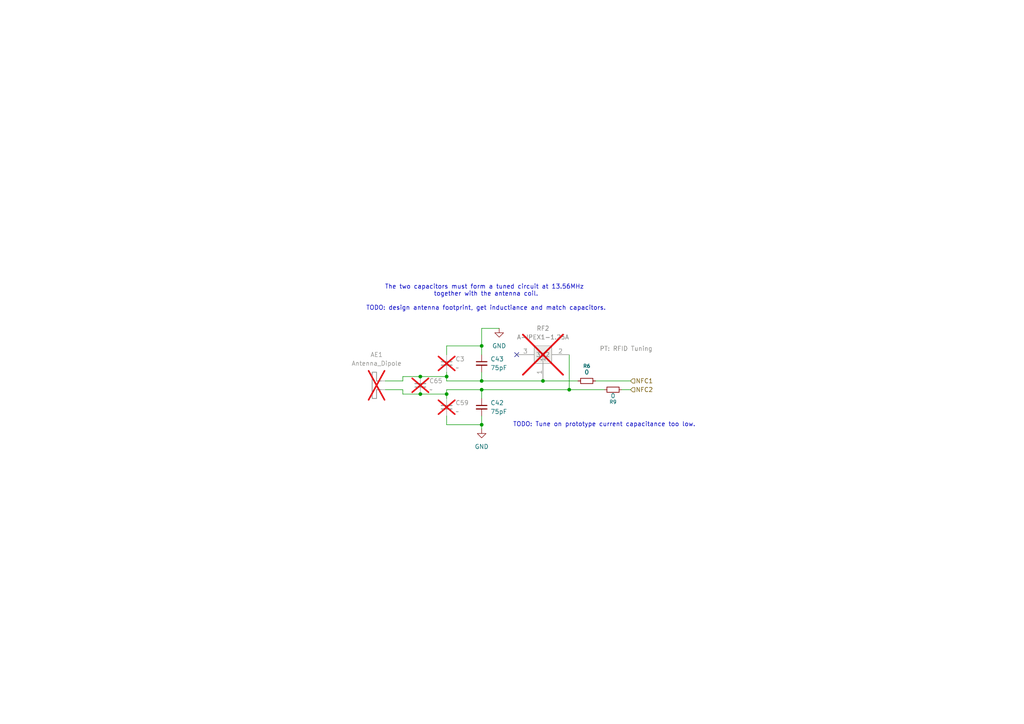
<source format=kicad_sch>
(kicad_sch (version 20250114) (generator "eeschema") (generator_version "9.0")
  (paper "A4")
  (title_block (title "Mainboard replacement for Nokia 3310") (date "29-12-2025") (rev "Rev A") (company "Mesh3310") (comment 1 "JDJ electronics"))
  (lib_symbols
    (symbol "Device:Antenna_Dipole" (pin_numbers (hide yes)) (pin_names (offset 1.016) (hide yes))
      (property "Reference" "AE" (at 1.27 1.27 0))
      (property "Value" "Antenna_Dipole" (at 1.27 0 0))
      (symbol "Antenna_Dipole_0_1"
        (polyline (pts (xy 2.54 -3.81) (xy 2.54 -2.54) (xy 5.08 -2.54) (xy 5.08 -1.27) (xy -2.54 -1.27) (xy -2.54 -2.54) (xy 0 -2.54) (xy 0 -3.81)) (stroke (width 0.254)))
      )
      (symbol "Antenna_Dipole_1_1"
        (pin input line (at 0 -5.08 90) (length 2.54) (name "~") (number "1"))
        (pin input line (at 2.54 -5.08 90) (length 2.54) (name "~") (number "2"))
      )
    )
    (symbol "Device:C_Small" (pin_numbers (hide yes)) (pin_names (offset 0.254) (hide yes))
      (property "Reference" "C" (at 0.254 1.778 0))
      (property "Value" "C_Small" (at 0.254 -2.032 0))
      (symbol "C_Small_0_1"
        (polyline (pts (xy -1.524 0.508) (xy 1.524 0.508)) (stroke (width 0.3048)))
        (polyline (pts (xy -1.524 -0.508) (xy 1.524 -0.508)) (stroke (width 0.3302)))
      )
      (symbol "C_Small_1_1"
        (pin passive line (at 0 2.54 270) (length 2.032) (name "~") (number "1"))
        (pin passive line (at 0 -2.54 90) (length 2.032) (name "~") (number "2"))
      )
    )
    (symbol "Device:R_Small" (pin_numbers (hide yes)) (pin_names (offset 0.254) (hide yes))
      (property "Reference" "R" (at 0 0 90))
      (property "Value" "R_Small" (at 1.778 0 90))
      (symbol "R_Small_0_1"
        (rectangle (start -0.762 1.778) (end 0.762 -1.778) (stroke (width 0.2032)))
      )
      (symbol "R_Small_1_1"
        (pin passive line (at 0 2.54 270) (length 0.762) (name "~") (number "1"))
        (pin passive line (at 0 -2.54 90) (length 0.762) (name "~") (number "2"))
      )
    )
    (symbol "lcsc:A-IPEX1-1.25A"
      (property "Reference" "RF" (at 0 10.16 0))
      (property "Value" "A-IPEX1-1.25A" (at 0 -7.62 0))
      (symbol "A-IPEX1-1.25A_0_1"
        (rectangle (start -2.54 0) (end 2.54 -5.08) (fill (type background)))
        (polyline (pts (xy 0 -2.03) (xy 0 0)))
        (circle (center 0 -2.54) (radius 0.51))
        (pin unspecified line (at -7.62 -2.54 0) (length 5.08) (name "2") (number "2"))
        (pin unspecified line (at 0 5.08 270) (length 5.08) (name "1") (number "1"))
        (pin unspecified line (at 7.62 -2.54 180) (length 5.08) (name "3") (number "3"))
      )
    )
    (symbol "power:GND" (power) (pin_numbers (hide yes)) (pin_names (offset 0) (hide yes))
      (property "Value" "GND" (at 0 -3.81 0))
      (symbol "GND_0_1"
        (polyline (pts (xy 0 0) (xy 0 -1.27) (xy 1.27 -1.27) (xy 0 -2.54) (xy -1.27 -1.27) (xy 0 -1.27)))
      )
      (symbol "GND_1_1"
        (pin power_in line (at 0 0 270) (length 0) (name "~") (number "1"))
      )
    )
  )
  (text "The two capacitors must form a tuned circuit at 13.56MHz \ntogether with the antenna coil.\n\nTODO: design antenna footprint, get inductiance and match capacitors." (at 140.97 86.36 0) (effects (font (size 1.27 1.27))))
  (text "TODO: Tune on prototype current capacitance too low." (at 175.26 123.19 0) (effects (font (size 1.27 1.27))))
  (junction (at 129.54 114.3))
  (junction (at 121.92 114.3))
  (junction (at 129.54 109.22))
  (junction (at 157.48 110.49))
  (junction (at 139.7 100.33))
  (junction (at 139.7 113.03))
  (junction (at 165.1 113.03))
  (junction (at 139.7 123.19))
  (junction (at 121.92 109.22))
  (junction (at 139.7 110.49))
  (no_connect (at 149.86 102.87))
  (wire (pts (xy 139.7 113.03) (xy 139.7 115.57)))
  (wire (pts (xy 157.48 110.49) (xy 167.64 110.49)))
  (wire (pts (xy 129.54 120.65) (xy 129.54 123.19)))
  (wire (pts (xy 139.7 110.49) (xy 157.48 110.49)))
  (wire (pts (xy 139.7 113.03) (xy 165.1 113.03)))
  (wire (pts (xy 116.84 114.3) (xy 121.92 114.3)))
  (wire (pts (xy 129.54 123.19) (xy 139.7 123.19)))
  (wire (pts (xy 129.54 114.3) (xy 129.54 115.57)))
  (wire (pts (xy 129.54 113.03) (xy 129.54 114.3)))
  (wire (pts (xy 165.1 102.87) (xy 165.1 113.03)))
  (wire (pts (xy 129.54 107.95) (xy 129.54 109.22)))
  (wire (pts (xy 129.54 109.22) (xy 129.54 110.49)))
  (wire (pts (xy 111.76 110.49) (xy 116.84 110.49)))
  (wire (pts (xy 129.54 100.33) (xy 129.54 102.87)))
  (wire (pts (xy 180.34 113.03) (xy 182.88 113.03)))
  (wire (pts (xy 121.92 114.3) (xy 129.54 114.3)))
  (wire (pts (xy 165.1 113.03) (xy 175.26 113.03)))
  (wire (pts (xy 116.84 109.22) (xy 121.92 109.22)))
  (wire (pts (xy 116.84 113.03) (xy 116.84 114.3)))
  (wire (pts (xy 129.54 100.33) (xy 139.7 100.33)))
  (wire (pts (xy 111.76 113.03) (xy 116.84 113.03)))
  (wire (pts (xy 139.7 95.25) (xy 144.78 95.25)))
  (wire (pts (xy 139.7 107.95) (xy 139.7 110.49)))
  (wire (pts (xy 129.54 113.03) (xy 139.7 113.03)))
  (wire (pts (xy 121.92 109.22) (xy 129.54 109.22)))
  (wire (pts (xy 139.7 100.33) (xy 139.7 102.87)))
  (wire (pts (xy 139.7 95.25) (xy 139.7 100.33)))
  (wire (pts (xy 116.84 109.22) (xy 116.84 110.49)))
  (wire (pts (xy 139.7 120.65) (xy 139.7 123.19)))
  (wire (pts (xy 139.7 123.19) (xy 139.7 124.46)))
  (wire (pts (xy 129.54 110.49) (xy 139.7 110.49)))
  (wire (pts (xy 172.72 110.49) (xy 182.88 110.49)))
  (hierarchical_label "NFC1" (shape input) (at 182.88 110.49 0))
  (hierarchical_label "NFC2" (shape input) (at 182.88 113.03 0))
  (symbol (lib_id "Device:C_Small") (at 139.7 118.11 0) (unit 1)
    (property "Reference" "C42" (at 142.24 116.8462 0) (effects (justify left)))
    (property "Value" "75pF" (at 142.24 119.3862 0) (effects (justify left)))
    (property "Footprint" "Capacitor_SMD:C_0402_1005Metric" (effects (hide yes)))
    (property "Datasheet" "https://jlcpcb.com/partdetail/38789-0402CG750J500NT/C37809" (effects (hide yes)))
    (property "Description" "Unpolarized capacitor, small symbol" (effects (hide yes)))
    (property "LCSC" "C37809" (effects (hide yes)))
  )
  (symbol (lib_id "power:GND") (at 144.78 95.25 0) (unit 1)
    (property "Reference" "#PWR067" (effects (hide yes)))
    (property "Value" "GND" (at 144.78 100.33 0))
    (property "Description" "Power symbol creates a global label with name \"GND\" , ground" (effects (hide yes)))
  )
  (symbol (lib_id "power:GND") (at 139.7 124.46 0) (unit 1)
    (property "Reference" "#PWR068" (effects (hide yes)))
    (property "Value" "GND" (at 139.7 129.54 0))
    (property "Description" "Power symbol creates a global label with name \"GND\" , ground" (effects (hide yes)))
  )
  (symbol (lib_id "Device:C_Small") (at 129.54 118.11 180) (unit 1) (in_bom no) (dnp yes)
    (property "Reference" "C59" (at 132.08 116.8335 0) (effects (justify right)))
    (property "Value" "~" (at 132.08 119.3735 0) (effects (justify right)))
    (property "Footprint" "Capacitor_SMD:C_0402_1005Metric" (effects (hide yes)))
    (property "Description" "Unpolarized capacitor, small symbol" (effects (hide yes)))
  )
  (symbol (lib_id "Device:C_Small") (at 139.7 105.41 0) (unit 1)
    (property "Reference" "C43" (at 142.24 104.1462 0) (effects (justify left)))
    (property "Value" "75pF" (at 142.24 106.6862 0) (effects (justify left)))
    (property "Footprint" "Capacitor_SMD:C_0402_1005Metric" (effects (hide yes)))
    (property "Datasheet" "https://jlcpcb.com/partdetail/38789-0402CG750J500NT/C37809" (effects (hide yes)))
    (property "Description" "Unpolarized capacitor, small symbol" (effects (hide yes)))
    (property "LCSC" "C37809" (effects (hide yes)))
  )
  (symbol (lib_id "Device:Antenna_Dipole") (at 106.68 113.03 90) (unit 1) (in_bom no) (dnp yes)
    (property "Reference" "AE1" (at 109.22 102.87 90))
    (property "Value" "Antenna_Dipole" (at 109.22 105.41 90))
    (property "Footprint" "mesh3310_footprints:NFC_2.8uH_COIL" (effects (hide yes)))
    (property "Datasheet" "https://coil32.net/online-calculators/pcb-inductor-calculator.html" (effects (hide yes)))
    (property "Description" "NFC coil antenna" (effects (hide yes)))
  )
  (symbol (lib_id "Device:C_Small") (at 129.54 105.41 0) (unit 1) (in_bom no) (dnp yes)
    (property "Reference" "C3" (at 132.08 104.1462 0) (effects (justify left)))
    (property "Value" "~" (at 132.08 106.6862 0) (effects (justify left)))
    (property "Footprint" "Capacitor_SMD:C_0402_1005Metric" (effects (hide yes)))
    (property "Description" "Unpolarized capacitor, small symbol" (effects (hide yes)))
  )
  (symbol (lib_id "lcsc:A-IPEX1-1.25A") (at 157.48 105.41 180) (unit 1) (dnp yes)
    (property "Reference" "RF2" (at 157.48 95.25 0))
    (property "Value" "A-IPEX1-1.25A" (at 157.48 97.79 0))
    (property "Footprint" "mesh3310_footprints:IPEX-SMD_3P-L2.6-W2.6-LS3.0_RF1200001R" (effects (hide yes)))
    (property "Datasheet" "https://jlcpcb.com/partdetail/MyAntenna-A_IPEX1_125A/C22467595" (effects (hide yes)))
    (property "Description" "1 1.25mm 2mm 50Ω 6GHz Board Side IPEX Male Pin SMD Coaxial Connectors (RF) ROHS" (effects (hide yes)))
    (property "LCSC Part" "C22467595" (effects (hide yes)))
    (property "LCSC" "C22467595" (effects (hide yes)))
    (property "Label" "PT: RFID Tuning" (at 181.61 101.092 0))
  )
  (symbol (lib_id "Device:C_Small") (at 121.92 111.76 180) (unit 1) (in_bom no) (dnp yes)
    (property "Reference" "C65" (at 124.46 110.4835 0) (effects (justify right)))
    (property "Value" "~" (at 124.46 113.0235 0) (effects (justify right)))
    (property "Footprint" "Capacitor_SMD:C_0402_1005Metric" (effects (hide yes)))
    (property "Description" "Unpolarized capacitor, small symbol" (effects (hide yes)))
  )
  (symbol (lib_id "Device:R_Small") (at 170.18 110.49 90) (unit 1)
    (property "Reference" "R6" (at 170.18 106.172 90) (effects (font (size 1.016 1.016))))
    (property "Value" "0" (at 170.18 107.95 90))
    (property "Footprint" "Resistor_SMD:R_0402_1005Metric" (effects (hide yes)))
    (property "Datasheet" "https://jlcpcb.com/partdetail/17853-0402WGF0000TCE/C17168" (effects (hide yes)))
    (property "Description" "Resistor, small symbol" (effects (hide yes)))
    (property "LCSC" "C17168" (effects (hide yes)))
  )
  (symbol (lib_id "Device:R_Small") (at 177.8 113.03 90) (unit 1)
    (property "Reference" "R9" (at 177.8 116.586 90) (effects (font (size 1.016 1.016))))
    (property "Value" "0" (at 177.8 114.808 90))
    (property "Footprint" "Resistor_SMD:R_0402_1005Metric" (effects (hide yes)))
    (property "Datasheet" "https://jlcpcb.com/partdetail/17853-0402WGF0000TCE/C17168" (effects (hide yes)))
    (property "Description" "Resistor, small symbol" (effects (hide yes)))
    (property "LCSC" "C17168" (effects (hide yes)))
  )
)
</source>
